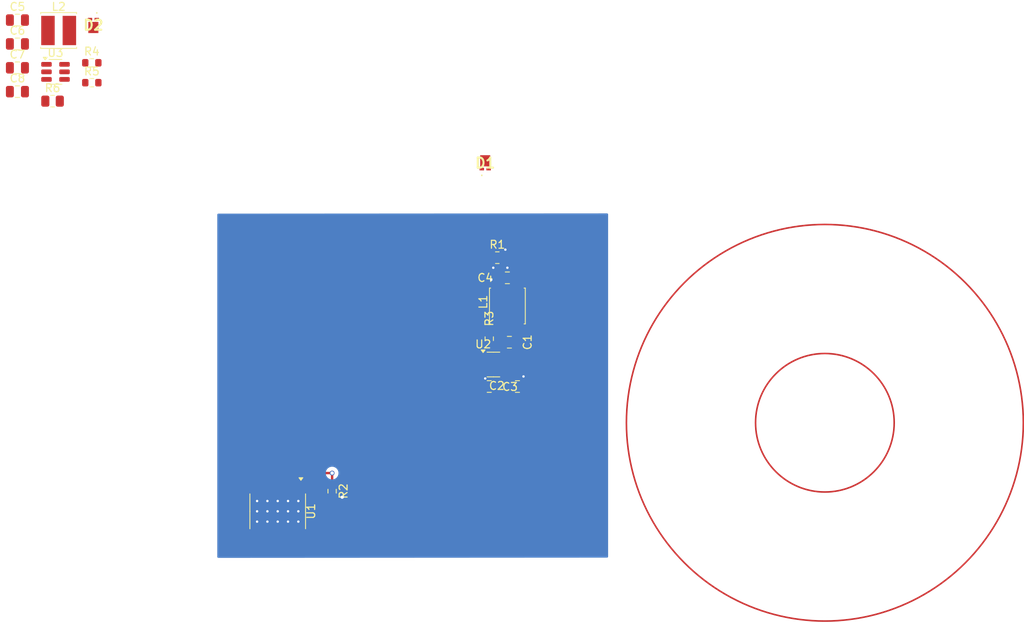
<source format=kicad_pcb>
(kicad_pcb (version 20240108) (generator "pcbnew") (generator_version "8.0")
  (title_block (title "besteLampe! LED Driver") (date "2024-03-27") (rev "1.0") (comment 1 "See  https://lenaschimmel.de/besteLampe! for the source and more information") (comment 2 "This source describes Open Hardware and is licensed under the CERN-OHL-S v2.") (comment 3 "Copyright 2024 Lena Schimmel <mail@lenaschimmel.de>"))
  (layers (0 "F.Cu" signal) (1 "In1.Cu" signal) (2 "In2.Cu" signal) (3 "In3.Cu" signal) (4 "In4.Cu" signal) (31 "B.Cu" signal) (34 "B.Paste" user) (35 "F.Paste" user) (36 "B.SilkS" user "B.Silkscreen") (37 "F.SilkS" user "F.Silkscreen") (38 "B.Mask" user) (39 "F.Mask" user) (44 "Edge.Cuts" user))
  (net 0 "")
  (net 1 "Net-(U2-BOOT)")
  (net 2 "Net-(U2-SW)")
  (net 3 "+5V")
  (net 4 "GND")
  (net 5 "+24V")
  (net 23 "Net-(D1-A)")
  (net 24 "Net-(D1-K)")
  (net 25 "Net-(U2-FB)")
  (net 26 "/LED with driver 0/LED sink")
  (net 27 "/LED with driver 1/LED sink")
  (net 28 "Net-(U3-BOOT)")
  (net 29 "Net-(U3-SW)")
  (net 30 "Net-(D2-A)")
  (net 32 "Net-(D2-K)")
  (net 33 "Net-(U3-FB)")
  (footprint "Capacitor_SMD:C_0805_2012Metric" (layer "F.Cu") (at 1.725 4.015)
    (property "Reference" "C6" (at 0 -1.68 0) (layer "F.SilkS"))
    (property "Value" "0.1uF")
    (fp_line (start -0.261252 -0.735) (end 0.261252 -0.735) (stroke (width 0.12)) (layer "F.SilkS"))
    (fp_line (start -0.261252 0.735) (end 0.261252 0.735) (stroke (width 0.12)) (layer "F.SilkS"))
    (pad "1" smd roundrect (at -0.95 0) (size 1 1.45) (layers "F.Cu" "F.Paste" "F.Mask") (net 5 "+24V"))
    (pad "2" smd roundrect (at 0.95 0) (size 1 1.45) (layers "F.Cu" "F.Paste" "F.Mask") (net 4 "GND"))
  )
  (footprint "Package_TO_SOT_SMD:SOT-23-6" (layer "F.Cu") (at 6.525 7.54)
    (property "Reference" "U3" (at 0 -2.4 0) (layer "F.SilkS"))
    (property "Value" "~")
    (fp_line (start 0 -1.56) (end -0.8 -1.56) (stroke (width 0.12)) (layer "F.SilkS"))
    (fp_line (start 0 -1.56) (end 0.8 -1.56) (stroke (width 0.12)) (layer "F.SilkS"))
    (fp_line (start 0 1.56) (end -0.8 1.56) (stroke (width 0.12)) (layer "F.SilkS"))
    (fp_line (start 0 1.56) (end 0.8 1.56) (stroke (width 0.12)) (layer "F.SilkS"))
    (fp_poly (pts (xy -1.3 -1.51) (xy -1.54 -1.84) (xy -1.06 -1.84) (xy -1.3 -1.51)) (stroke (width 0.12)) (fill solid) (layer "F.SilkS"))
    (pad "1" smd roundrect (at -1.1375 -0.95) (size 1.325 0.6) (layers "F.Cu" "F.Paste" "F.Mask") (net 33 "Net-(U3-FB)"))
    (pad "2" smd roundrect (at -1.1375 0) (size 1.325 0.6) (layers "F.Cu" "F.Paste" "F.Mask") (net 27 "/LED with driver 1/LED sink"))
    (pad "3" smd roundrect (at -1.1375 0.95) (size 1.325 0.6) (layers "F.Cu" "F.Paste" "F.Mask") (net 4 "GND"))
    (pad "4" smd roundrect (at 1.1375 0.95) (size 1.325 0.6) (layers "F.Cu" "F.Paste" "F.Mask") (net 5 "+24V"))
    (pad "5" smd roundrect (at 1.1375 0) (size 1.325 0.6) (layers "F.Cu" "F.Paste" "F.Mask") (net 29 "Net-(U3-SW)"))
    (pad "6" smd roundrect (at 1.1375 -0.95) (size 1.325 0.6) (layers "F.Cu" "F.Paste" "F.Mask") (net 28 "Net-(U3-BOOT)"))
  )
  (footprint "Resistor_SMD:R_0603_1608Metric" (layer "F.Cu") (at 41.402 60.452 -90)
    (property "Reference" "R2" (at 0 -1.43 90) (layer "F.SilkS"))
    (property "Value" "66m")
    (fp_line (start -0.237258 0.5225) (end 0.237258 0.5225) (stroke (width 0.12)) (layer "F.SilkS"))
    (fp_line (start -0.237258 -0.5225) (end 0.237258 -0.5225) (stroke (width 0.12)) (layer "F.SilkS"))
    (pad "1" smd roundrect (at -0.825 0 270) (size 0.8 0.95) (layers "F.Cu" "F.Paste" "F.Mask") (net 26 "/LED with driver 0/LED sink"))
    (pad "2" smd roundrect (at 0.825 0 270) (size 0.8 0.95) (layers "F.Cu" "F.Paste" "F.Mask") (net 4 "GND"))
  )
  (footprint "Resistor_SMD:R_0603_1608Metric" (layer "F.Cu") (at 11.105 8.905)
    (property "Reference" "R5" (at 0 -1.43 0) (layer "F.SilkS"))
    (property "Value" "66m")
    (fp_line (start -0.237258 -0.5225) (end 0.237258 -0.5225) (stroke (width 0.12)) (layer "F.SilkS"))
    (fp_line (start -0.237258 0.5225) (end 0.237258 0.5225) (stroke (width 0.12)) (layer "F.SilkS"))
    (pad "1" smd roundrect (at -0.825 0) (size 0.8 0.95) (layers "F.Cu" "F.Paste" "F.Mask") (net 32 "Net-(D2-K)"))
    (pad "2" smd roundrect (at 0.825 0) (size 0.8 0.95) (layers "F.Cu" "F.Paste" "F.Mask") (net 33 "Net-(U3-FB)"))
  )
  (footprint "Capacitor_SMD:C_0805_2012Metric" (layer "F.Cu") (at 63.754 41.656)
    (property "Reference" "C1" (at 2.286 0 90) (layer "F.SilkS"))
    (property "Value" "0.1uF")
    (fp_line (start -0.261252 -0.735) (end 0.261252 -0.735) (stroke (width 0.12)) (layer "F.SilkS"))
    (fp_line (start -0.261252 0.735) (end 0.261252 0.735) (stroke (width 0.12)) (layer "F.SilkS"))
    (pad "1" smd roundrect (at -0.95 0) (size 1 1.45) (layers "F.Cu" "F.Paste" "F.Mask") (net 1 "Net-(U2-BOOT)"))
    (pad "2" smd roundrect (at 0.95 0) (size 1 1.45) (layers "F.Cu" "F.Paste" "F.Mask") (net 2 "Net-(U2-SW)"))
  )
  (footprint "Capacitor_SMD:C_0805_2012Metric" (layer "F.Cu") (at 64.77 47.244)
    (property "Reference" "C2" (at -2.604 -0.088 360) (layer "F.SilkS"))
    (property "Value" "10uF")
    (fp_line (start -0.261252 -0.735) (end 0.261252 -0.735) (stroke (width 0.12)) (layer "F.SilkS"))
    (fp_line (start -0.261252 0.735) (end 0.261252 0.735) (stroke (width 0.12)) (layer "F.SilkS"))
    (pad "1" smd roundrect (at -0.95 0) (size 1 1.45) (layers "F.Cu" "F.Paste" "F.Mask") (net 5 "+24V"))
    (pad "2" smd roundrect (at 0.95 0) (size 1 1.45) (layers "F.Cu" "F.Paste" "F.Mask") (net 4 "GND"))
  )
  (footprint "Capacitor_SMD:C_0805_2012Metric" (layer "F.Cu") (at 1.725 1.005)
    (property "Reference" "C5" (at 0 -1.68 0) (layer "F.SilkS"))
    (property "Value" "10uF")
    (fp_line (start -0.261252 -0.735) (end 0.261252 -0.735) (stroke (width 0.12)) (layer "F.SilkS"))
    (fp_line (start -0.261252 0.735) (end 0.261252 0.735) (stroke (width 0.12)) (layer "F.SilkS"))
    (pad "1" smd roundrect (at -0.95 0) (size 1 1.45) (layers "F.Cu" "F.Paste" "F.Mask") (net 5 "+24V"))
    (pad "2" smd roundrect (at 0.95 0) (size 1 1.45) (layers "F.Cu" "F.Paste" "F.Mask") (net 4 "GND"))
  )
  (footprint "Resistor_SMD:R_0805_2012Metric" (layer "F.Cu") (at 6.155 11.235)
    (property "Reference" "R6" (at 0 -1.65 0) (layer "F.SilkS"))
    (property "Value" "66m")
    (fp_line (start -0.227064 -0.735) (end 0.227064 -0.735) (stroke (width 0.12)) (layer "F.SilkS"))
    (fp_line (start -0.227064 0.735) (end 0.227064 0.735) (stroke (width 0.12)) (layer "F.SilkS"))
    (pad "1" smd roundrect (at -0.9125 0) (size 1.025 1.4) (layers "F.Cu" "F.Paste" "F.Mask") (roundrect_rratio 0.243902) (net 32 "Net-(D2-K)"))
    (pad "2" smd roundrect (at 0.9125 0) (size 1.025 1.4) (layers "F.Cu" "F.Paste" "F.Mask") (roundrect_rratio 0.243902) (net 4 "GND"))
  )
  (footprint "Capacitor_SMD:C_0805_2012Metric" (layer "F.Cu") (at 1.725 7.025)
    (property "Reference" "C7" (at 0 -1.68 0) (layer "F.SilkS"))
    (property "Value" "0.1uF")
    (fp_line (start -0.261252 -0.735) (end 0.261252 -0.735) (stroke (width 0.12)) (layer "F.SilkS"))
    (fp_line (start -0.261252 0.735) (end 0.261252 0.735) (stroke (width 0.12)) (layer "F.SilkS"))
    (pad "1" smd roundrect (at -0.95 0) (size 1 1.45) (layers "F.Cu" "F.Paste" "F.Mask") (net 28 "Net-(U3-BOOT)"))
    (pad "2" smd roundrect (at 0.95 0) (size 1 1.45) (layers "F.Cu" "F.Paste" "F.Mask") (net 29 "Net-(U3-SW)"))
  )
  (footprint "Resistor_SMD:R_0805_2012Metric" (layer "F.Cu") (at 62.23 30.988)
    (property "Reference" "R1" (at 0 -1.65 360) (layer "F.SilkS"))
    (property "Value" "66m")
    (fp_line (start -0.227064 -0.735) (end 0.227064 -0.735) (stroke (width 0.12)) (layer "F.SilkS"))
    (fp_line (start -0.227064 0.735) (end 0.227064 0.735) (stroke (width 0.12)) (layer "F.SilkS"))
    (pad "1" smd roundrect (at -0.9125 0) (size 1.025 1.4) (layers "F.Cu" "F.Paste" "F.Mask") (roundrect_rratio 0.243902) (net 24 "Net-(D1-K)"))
    (pad "2" smd roundrect (at 0.9125 0) (size 1.025 1.4) (layers "F.Cu" "F.Paste" "F.Mask") (roundrect_rratio 0.243902) (net 4 "GND"))
  )
  (footprint "Resistor_SMD:R_0603_1608Metric" (layer "F.Cu") (at 61.214 41.211 -90)
    (property "Reference" "R3" (at -2.54 0 90) (layer "F.SilkS"))
    (property "Value" "66m")
    (fp_line (start -0.237258 0.5225) (end 0.237258 0.5225) (stroke (width 0.12)) (layer "F.SilkS"))
    (fp_line (start -0.237258 -0.5225) (end 0.237258 -0.5225) (stroke (width 0.12)) (layer "F.SilkS"))
    (pad "1" smd roundrect (at -0.825 0 270) (size 0.8 0.95) (layers "F.Cu" "F.Paste" "F.Mask") (net 24 "Net-(D1-K)"))
    (pad "2" smd roundrect (at 0.825 0 270) (size 0.8 0.95) (layers "F.Cu" "F.Paste" "F.Mask") (net 25 "Net-(U2-FB)"))
  )
  (footprint "Capacitor_SMD:C_0805_2012Metric" (layer "F.Cu") (at 1.725 10.035)
    (property "Reference" "C8" (at 0 -1.68 0) (layer "F.SilkS"))
    (property "Value" "0.1uF")
    (fp_line (start -0.261252 -0.735) (end 0.261252 -0.735) (stroke (width 0.12)) (layer "F.SilkS"))
    (fp_line (start -0.261252 0.735) (end 0.261252 0.735) (stroke (width 0.12)) (layer "F.SilkS"))
    (pad "1" smd roundrect (at -0.95 0) (size 1 1.45) (layers "F.Cu" "F.Paste" "F.Mask") (net 4 "GND"))
    (pad "2" smd roundrect (at 0.95 0) (size 1 1.45) (layers "F.Cu" "F.Paste" "F.Mask") (net 30 "Net-(D2-A)"))
  )
  (footprint "Cree XLAMP XE-G LED XEGAVT-H0:XEGAVTH00000000000000K2001" (layer "F.Cu") (at 11.3 1.65)
    (property "Reference" "D2" (at 0 0 0) (layer "F.SilkS") (effects (font (size 1.27 1.27) (thickness 0.254))))
    (property "Value" "LED_Pad" (hide yes))
    (fp_line (start 0.43 -1.6) (end 0.43 -1.6) (stroke (width 0.1)) (layer "F.SilkS"))
    (fp_line (start 0.43 -1.5) (end 0.43 -1.5) (stroke (width 0.1)) (layer "F.SilkS"))
    (fp_arc (start 0.43 -1.6) (mid 0.48 -1.55) (end 0.43 -1.5) (stroke (width 0.1)) (layer "F.SilkS"))
    (fp_arc (start 0.43 -1.5) (mid 0.38 -1.55) (end 0.43 -1.6) (stroke (width 0.1)) (layer "F.SilkS"))
    (pad "1" smd rect (at 0.43 -0.76 90) (size 0.33 0.56) (layers "F.Cu" "F.Paste" "F.Mask") (net 32 "Net-(D2-K)") (clearance 0.15))
    (pad "2" smd rect (at -0.43 -0.76 90) (size 0.33 0.56) (layers "F.Cu" "F.Paste" "F.Mask") (net 30 "Net-(D2-A)") (clearance 0.15))
    (pad "3" smd rect (at 0 0.29 180) (size 1.27 1.41) (layers "F.Cu" "F.Paste" "F.Mask") (clearance 0.15))
  )
  (footprint "Cree XLAMP XE-G LED XEGAVT-H0:XEGAVTH00000000000000K2001" (layer "F.Cu") (at 60.706 19.05 180)
    (property "Reference" "D1" (at 0 0 180) (layer "F.SilkS") (effects (font (size 1.27 1.27) (thickness 0.254))))
    (property "Value" "LED_Pad" (hide yes))
    (fp_line (start 0.43 -1.5) (end 0.43 -1.5) (stroke (width 0.1)) (layer "F.SilkS"))
    (fp_line (start 0.43 -1.6) (end 0.43 -1.6) (stroke (width 0.1)) (layer "F.SilkS"))
    (fp_arc (start 0.43 -1.5) (mid 0.38 -1.55) (end 0.43 -1.6) (stroke (width 0.1)) (layer "F.SilkS"))
    (fp_arc (start 0.43 -1.6) (mid 0.48 -1.55) (end 0.43 -1.5) (stroke (width 0.1)) (layer "F.SilkS"))
    (pad "1" smd rect (at 0.43 -0.76 270) (size 0.33 0.56) (layers "F.Cu" "F.Paste" "F.Mask") (net 24 "Net-(D1-K)"))
    (pad "2" smd rect (at -0.43 -0.76 270) (size 0.33 0.56) (layers "F.Cu" "F.Paste" "F.Mask") (net 23 "Net-(D1-A)"))
    (pad "3" smd rect (at 0 0.29) (size 1.27 1.41) (layers "F.Cu" "F.Paste" "F.Mask"))
  )
  (footprint "Package_TO_SOT_SMD:SOT-23-6" (layer "F.Cu") (at 61.74 44.4675)
    (property "Reference" "U2" (at -1.288 -2.5575 0) (layer "F.SilkS"))
    (property "Value" "~")
    (fp_line (start 0 -1.56) (end -0.8 -1.56) (stroke (width 0.12)) (layer "F.SilkS"))
    (fp_line (start 0 -1.56) (end 0.8 -1.56) (stroke (width 0.12)) (layer "F.SilkS"))
    (fp_line (start 0 1.56) (end -0.8 1.56) (stroke (width 0.12)) (layer "F.SilkS"))
    (fp_line (start 0 1.56) (end 0.8 1.56) (stroke (width 0.12)) (layer "F.SilkS"))
    (fp_poly (pts (xy -1.3 -1.51) (xy -1.54 -1.84) (xy -1.06 -1.84) (xy -1.3 -1.51)) (stroke (width 0.12)) (fill solid) (layer "F.SilkS"))
    (pad "1" smd roundrect (at -1.1375 -0.95) (size 1.325 0.6) (layers "F.Cu" "F.Paste" "F.Mask") (net 25 "Net-(U2-FB)"))
    (pad "2" smd roundrect (at -1.1375 0) (size 1.325 0.6) (layers "F.Cu" "F.Paste" "F.Mask") (net 26 "/LED with driver 0/LED sink"))
    (pad "3" smd roundrect (at -1.1375 0.95) (size 1.325 0.6) (layers "F.Cu" "F.Paste" "F.Mask") (net 4 "GND"))
    (pad "4" smd roundrect (at 1.1375 0.95) (size 1.325 0.6) (layers "F.Cu" "F.Paste" "F.Mask") (net 5 "+24V"))
    (pad "5" smd roundrect (at 1.1375 0) (size 1.325 0.6) (layers "F.Cu" "F.Paste" "F.Mask") (net 2 "Net-(U2-SW)"))
    (pad "6" smd roundrect (at 1.1375 -0.95) (size 1.325 0.6) (layers "F.Cu" "F.Paste" "F.Mask") (net 1 "Net-(U2-BOOT)"))
  )
  (footprint "Capacitor_SMD:C_0805_2012Metric" (layer "F.Cu") (at 61.214 47.244 180)
    (property "Reference" "C3" (at -2.624 -0.034 180) (layer "F.SilkS"))
    (property "Value" "0.1uF")
    (fp_line (start -0.261252 0.735) (end 0.261252 0.735) (stroke (width 0.12)) (layer "F.SilkS"))
    (fp_line (start -0.261252 -0.735) (end 0.261252 -0.735) (stroke (width 0.12)) (layer "F.SilkS"))
    (pad "1" smd roundrect (at -0.95 0 180) (size 1 1.45) (layers "F.Cu" "F.Paste" "F.Mask") (net 5 "+24V"))
    (pad "2" smd roundrect (at 0.95 0 180) (size 1 1.45) (layers "F.Cu" "F.Paste" "F.Mask") (net 4 "GND"))
  )
  (footprint "Inductor_SMD:L_Cenker_CKCS4020" (layer "F.Cu") (at 6.925 2.32)
    (property "Reference" "L2" (at 0 -3 0) (layer "F.SilkS"))
    (property "Value" "4.7uH")
    (fp_line (start -2.26 -2.26) (end -2.26 -2.11) (stroke (width 0.12)) (layer "F.SilkS"))
    (fp_line (start -2.26 -2.26) (end 2.26 -2.26) (stroke (width 0.12)) (layer "F.SilkS"))
    (fp_line (start -2.26 2.26) (end -2.26 2.11) (stroke (width 0.12)) (layer "F.SilkS"))
    (fp_line (start -2.26 2.26) (end 2.26 2.26) (stroke (width 0.12)) (layer "F.SilkS"))
    (fp_line (start 2.26 -2.26) (end 2.26 -2.11) (stroke (width 0.12)) (layer "F.SilkS"))
    (fp_line (start 2.26 2.26) (end 2.26 2.11) (stroke (width 0.12)) (layer "F.SilkS"))
    (pad "1" smd rect (at -1.35 0) (size 1.7 3.7) (layers "F.Cu" "F.Paste" "F.Mask") (net 29 "Net-(U3-SW)"))
    (pad "2" smd rect (at 1.35 0) (size 1.7 3.7) (layers "F.Cu" "F.Paste" "F.Mask") (net 30 "Net-(D2-A)"))
  )
  (footprint "Package_SO:HTSSOP-20-1EP_4.4x6.5mm_P0.65mm_EP3.4x6.5mm_Mask2.75x3.43mm_ThermalVias" (layer "F.Cu") (at 34.544 62.992 -90)
    (property "Reference" "U1" (at 0 -4.2 90) (layer "F.SilkS"))
    (property "Value" "TLC5971PWP")
    (fp_line (start 0 3.51) (end -2.2 3.51) (stroke (width 0.12)) (layer "F.SilkS"))
    (fp_line (start 0 3.51) (end 2.2 3.51) (stroke (width 0.12)) (layer "F.SilkS"))
    (fp_line (start 0 -3.51) (end -2.2 -3.51) (stroke (width 0.12)) (layer "F.SilkS"))
    (fp_line (start 0 -3.51) (end 2.2 -3.51) (stroke (width 0.12)) (layer "F.SilkS"))
    (fp_poly (pts (xy -3.91 -2.925) (xy -4.24 -3.165) (xy -4.24 -2.685) (xy -3.91 -2.925)) (stroke (width 0.12)) (fill solid) (layer "F.SilkS"))
    (pad "1" smd roundrect (at -2.8625 -2.925 270) (size 1.575 0.4) (layers "F.Cu" "F.Paste" "F.Mask"))
    (pad "2" smd roundrect (at -2.8625 -2.275 270) (size 1.575 0.4) (layers "F.Cu" "F.Paste" "F.Mask") (net 4 "GND"))
    (pad "3" smd roundrect (at -2.8625 -1.625 270) (size 1.575 0.4) (layers "F.Cu" "F.Paste" "F.Mask") (net 26 "/LED with driver 0/LED sink"))
    (pad "4" smd roundrect (at -2.8625 -0.975 270) (size 1.575 0.4) (layers "F.Cu" "F.Paste" "F.Mask") (net 27 "/LED with driver 1/LED sink"))
    (pad "5" smd roundrect (at -2.8625 -0.325 270) (size 1.575 0.4) (layers "F.Cu" "F.Paste" "F.Mask"))
    (pad "6" smd roundrect (at -2.8625 0.325 270) (size 1.575 0.4) (layers "F.Cu" "F.Paste" "F.Mask"))
    (pad "7" smd roundrect (at -2.8625 0.975 270) (size 1.575 0.4) (layers "F.Cu" "F.Paste" "F.Mask"))
    (pad "8" smd roundrect (at -2.8625 1.625 270) (size 1.575 0.4) (layers "F.Cu" "F.Paste" "F.Mask"))
    (pad "9" smd roundrect (at -2.8625 2.275 270) (size 1.575 0.4) (layers "F.Cu" "F.Paste" "F.Mask"))
    (pad "10" smd roundrect (at -2.8625 2.925 270) (size 1.575 0.4) (layers "F.Cu" "F.Paste" "F.Mask"))
    (pad "11" smd roundrect (at 2.8625 2.925 270) (size 1.575 0.4) (layers "F.Cu" "F.Paste" "F.Mask"))
    (pad "12" smd roundrect (at 2.8625 2.275 270) (size 1.575 0.4) (layers "F.Cu" "F.Paste" "F.Mask"))
    (pad "13" smd roundrect (at 2.8625 1.625 270) (size 1.575 0.4) (layers "F.Cu" "F.Paste" "F.Mask"))
    (pad "14" smd roundrect (at 2.8625 0.975 270) (size 1.575 0.4) (layers "F.Cu" "F.Paste" "F.Mask"))
    (pad "15" smd roundrect (at 2.8625 0.325 270) (size 1.575 0.4) (layers "F.Cu" "F.Paste" "F.Mask"))
    (pad "16" smd roundrect (at 2.8625 -0.325 270) (size 1.575 0.4) (layers "F.Cu" "F.Paste" "F.Mask"))
    (pad "17" smd roundrect (at 2.8625 -0.975 270) (size 1.575 0.4) (layers "F.Cu" "F.Paste" "F.Mask"))
    (pad "18" smd roundrect (at 2.8625 -1.625 270) (size 1.575 0.4) (layers "F.Cu" "F.Paste" "F.Mask"))
    (pad "19" smd roundrect (at 2.8625 -2.275 270) (size 1.575 0.4) (layers "F.Cu" "F.Paste" "F.Mask") (net 3 "+5V"))
    (pad "20" smd roundrect (at 2.8625 -2.925 270) (size 1.575 0.4) (layers "F.Cu" "F.Paste" "F.Mask"))
    (pad "21" thru_hole circle (at -1.3 -2.6 270) (size 0.6 0.6) (drill 0.3) (property pad_prop_heatsink) (layers "*.Cu") (net 4 "GND"))
    (pad "21" thru_hole circle (at -1.3 -1.3 270) (size 0.6 0.6) (drill 0.3) (property pad_prop_heatsink) (layers "*.Cu") (net 4 "GND"))
    (pad "21" thru_hole circle (at -1.3 0 270) (size 0.6 0.6) (drill 0.3) (property pad_prop_heatsink) (layers "*.Cu") (net 4 "GND"))
    (pad "21" thru_hole circle (at -1.3 1.3 270) (size 0.6 0.6) (drill 0.3) (property pad_prop_heatsink) (layers "*.Cu") (net 4 "GND"))
    (pad "21" thru_hole circle (at -1.3 2.6 270) (size 0.6 0.6) (drill 0.3) (property pad_prop_heatsink) (layers "*.Cu") (net 4 "GND"))
    (pad "21" thru_hole circle (at 0 -2.6 270) (size 0.6 0.6) (drill 0.3) (property pad_prop_heatsink) (layers "*.Cu") (net 4 "GND"))
    (pad "21" thru_hole circle (at 0 -1.3 270) (size 0.6 0.6) (drill 0.3) (property pad_prop_heatsink) (layers "*.Cu") (net 4 "GND"))
    (pad "21" thru_hole circle (at 0 0 270) (size 0.6 0.6) (drill 0.3) (property pad_prop_heatsink) (layers "*.Cu") (net 4 "GND"))
    (pad "21" smd rect (at 0 0 270) (size 3.2 5.8) (property pad_prop_heatsink) (layers "B.Cu") (net 4 "GND"))
    (pad "21" smd rect (at 0 0 270) (size 3.4 6.5) (property pad_prop_heatsink) (layers "F.Cu") (net 4 "GND"))
    (pad "21" thru_hole circle (at 0 1.3 270) (size 0.6 0.6) (drill 0.3) (property pad_prop_heatsink) (layers "*.Cu") (net 4 "GND"))
    (pad "21" thru_hole circle (at 0 2.6 270) (size 0.6 0.6) (drill 0.3) (property pad_prop_heatsink) (layers "*.Cu") (net 4 "GND"))
    (pad "21" thru_hole circle (at 1.3 -2.6 270) (size 0.6 0.6) (drill 0.3) (property pad_prop_heatsink) (layers "*.Cu") (net 4 "GND"))
    (pad "21" thru_hole circle (at 1.3 -1.3 270) (size 0.6 0.6) (drill 0.3) (property pad_prop_heatsink) (layers "*.Cu") (net 4 "GND"))
    (pad "21" thru_hole circle (at 1.3 0 270) (size 0.6 0.6) (drill 0.3) (property pad_prop_heatsink) (layers "*.Cu") (net 4 "GND"))
    (pad "21" thru_hole circle (at 1.3 1.3 270) (size 0.6 0.6) (drill 0.3) (property pad_prop_heatsink) (layers "*.Cu") (net 4 "GND"))
    (pad "21" thru_hole circle (at 1.3 2.6 270) (size 0.6 0.6) (drill 0.3) (property pad_prop_heatsink) (layers "*.Cu") (net 4 "GND"))
  )
  (footprint "Inductor_SMD:L_Cenker_CKCS4020" (layer "F.Cu") (at 63.5 37.084 90)
    (property "Reference" "L1" (at 0.508 -3.048 -90) (layer "F.SilkS"))
    (property "Value" "4.7uH")
    (fp_line (start 2.26 -2.26) (end 2.26 -2.11) (stroke (width 0.12)) (layer "F.SilkS"))
    (fp_line (start -2.26 -2.26) (end 2.26 -2.26) (stroke (width 0.12)) (layer "F.SilkS"))
    (fp_line (start -2.26 -2.26) (end -2.26 -2.11) (stroke (width 0.12)) (layer "F.SilkS"))
    (fp_line (start 2.26 2.26) (end 2.26 2.11) (stroke (width 0.12)) (layer "F.SilkS"))
    (fp_line (start -2.26 2.26) (end -2.26 2.11) (stroke (width 0.12)) (layer "F.SilkS"))
    (fp_line (start -2.26 2.26) (end 2.26 2.26) (stroke (width 0.12)) (layer "F.SilkS"))
    (pad "1" smd rect (at -1.35 0 90) (size 1.7 3.7) (layers "F.Cu" "F.Paste" "F.Mask") (net 2 "Net-(U2-SW)"))
    (pad "2" smd rect (at 1.35 0 90) (size 1.7 3.7) (layers "F.Cu" "F.Paste" "F.Mask") (net 23 "Net-(D1-A)"))
  )
  (footprint "Resistor_SMD:R_0603_1608Metric" (layer "F.Cu") (at 11.105 6.395)
    (property "Reference" "R4" (at 0 -1.43 0) (layer "F.SilkS"))
    (property "Value" "66m")
    (fp_line (start -0.237258 -0.5225) (end 0.237258 -0.5225) (stroke (width 0.12)) (layer "F.SilkS"))
    (fp_line (start -0.237258 0.5225) (end 0.237258 0.5225) (stroke (width 0.12)) (layer "F.SilkS"))
    (pad "1" smd roundrect (at -0.825 0) (size 0.8 0.95) (layers "F.Cu" "F.Paste" "F.Mask") (net 27 "/LED with driver 1/LED sink"))
    (pad "2" smd roundrect (at 0.825 0) (size 0.8 0.95) (layers "F.Cu" "F.Paste" "F.Mask") (net 4 "GND"))
  )
  (footprint "Capacitor_SMD:C_0805_2012Metric" (layer "F.Cu") (at 63.5 33.528)
    (property "Reference" "C4" (at -2.794 0 0) (layer "F.SilkS"))
    (property "Value" "0.1uF")
    (fp_line (start -0.261252 -0.735) (end 0.261252 -0.735) (stroke (width 0.12)) (layer "F.SilkS"))
    (fp_line (start -0.261252 0.735) (end 0.261252 0.735) (stroke (width 0.12)) (layer "F.SilkS"))
    (pad "1" smd roundrect (at -0.95 0) (size 1 1.45) (layers "F.Cu" "F.Paste" "F.Mask") (net 4 "GND"))
    (pad "2" smd roundrect (at 0.95 0) (size 1 1.45) (layers "F.Cu" "F.Paste" "F.Mask") (net 23 "Net-(D1-A)"))
  )
  (gr_circle (center 103.5304 51.816) (end 116.4336 73.2536) (stroke (width 0.2)) (fill none) (layer "F.Cu") (net 4))
  (gr_circle (center 103.5304 51.816) (end 110.6424 56.896) (stroke (width 0.2)) (fill none) (layer "F.Cu"))
  (segment (start 42.609 61.277) (end 42.672 61.214) (width 0.3) (layer "F.Cu") (net 4))
  (segment (start 40.987 61.692) (end 41.402 61.277) (width 0.3) (layer "F.Cu") (net 4))
  (segment (start 41.402 61.277) (end 42.609 61.277) (width 0.3) (layer "F.Cu") (net 4))
  (segment (start 37.144 61.692) (end 40.987 61.692) (width 0.3) (layer "F.Cu") (net 4))
  (via (at 61.722 32.258) (size 0.4) (drill 0.3) (layers "F.Cu" "B.Cu") (net 4))
  (via (at 63.246 29.972) (size 0.4) (drill 0.3) (layers "F.Cu" "B.Cu") (net 4))
  (via (at 60.706 46.228) (size 0.4) (drill 0.3) (layers "F.Cu" "B.Cu") (net 4))
  (via (at 42.672 61.214) (size 0.6) (drill 0.4) (layers "F.Cu" "B.Cu") (net 4))
  (via (at 61.468 33.782) (size 0.4) (drill 0.3) (layers "F.Cu" "B.Cu") (net 4))
  (via (at 63.5 32.258) (size 0.4) (drill 0.3) (layers "F.Cu" "B.Cu") (net 4))
  (via (at 65.532 45.974) (size 0.4) (drill 0.3) (layers "F.Cu" "B.Cu") (net 4))
  (segment (start 61.3175 30.988) (end 60.706 31.5995) (width 0.25) (layer "F.Cu") (net 24))
  (segment (start 60.706 34.798) (end 61.214 35.306) (width 0.25) (layer "F.Cu") (net 24))
  (segment (start 61.214 35.306) (end 61.214 40.386) (width 0.25) (layer "F.Cu") (net 24))
  (segment (start 60.706 31.5995) (end 60.706 34.798) (width 0.25) (layer "F.Cu") (net 24))
  (segment (start 36.169 59.342001) (end 36.169 60.1295) (width 0.3) (layer "F.Cu") (net 26))
  (segment (start 61.264999 44.4675) (end 61.722 44.924501) (width 0.25) (layer "F.Cu") (net 26))
  (segment (start 61.722 44.924501) (end 61.722 45.974) (width 0.25) (layer "F.Cu") (net 26))
  (segment (start 41.402 58.166) (end 41.402 59.627) (width 0.3) (layer "F.Cu") (net 26))
  (segment (start 61.722 45.974) (end 61.214 46.482) (width 0.25) (layer "F.Cu") (net 26))
  (segment (start 60.6025 44.4675) (end 61.264999 44.4675) (width 0.25) (layer "F.Cu") (net 26))
  (segment (start 61.214 46.482) (end 61.214 49.022) (width 0.25) (layer "F.Cu") (net 26))
  (segment (start 37.345001 58.166) (end 36.169 59.342001) (width 0.3) (layer "F.Cu") (net 26))
  (segment (start 41.402 58.166) (end 37.345001 58.166) (width 0.3) (layer "F.Cu") (net 26))
  (via (at 41.402 58.166) (size 0.6) (drill 0.4) (layers "F.Cu" "B.Cu") (net 26))
  (zone (net 24) (net_name "Net-(D1-K)") (layer "F.Cu") (priority 5) (connect_pads yes (clearance 0.25)) (min_thickness 0.25) (fill yes (thermal_gap 0.5) (thermal_bridge_width 0.5))
    (polygon (pts (xy 62.738 28.448) (xy 62.738 29.718) (xy 61.976 32.512) (xy 61.976 40.894) (xy 59.944 40.894) (xy 60.452 32.512) (xy 60.96 28.448)))
  )
  (zone (net 25) (net_name "Net-(U2-FB)") (layer "F.Cu") (priority 9) (connect_pads yes (clearance 0.25)) (min_thickness 0.25) (fill yes (thermal_gap 0.5) (thermal_bridge_width 0.5))
    (polygon (pts (xy 61.722 43.942) (xy 61.722 43.18) (xy 61.976 42.672) (xy 61.976 41.148) (xy 59.944 41.148) (xy 59.69 42.926) (xy 59.69 43.18) (xy 59.69 43.942)))
  )
  (zone (net 23) (net_name "Net-(D1-A)") (layer "F.Cu") (priority 5) (connect_pads yes (clearance 0.15)) (min_thickness 0.25) (fill yes (thermal_gap 0.5) (thermal_bridge_width 0.5))
    (polygon (pts (xy 65.532 32.512) (xy 65.786 36.83) (xy 61.468 36.83) (xy 61.468 34.798) (xy 62.23 34.036) (xy 62.484 32.004) (xy 62.484 30.734) (xy 62.484 28.448) (xy 65.024 28.448)))
  )
  (zone (net 4) (net_name "GND") (layer "F.Cu") (priority 5) (connect_pads yes (clearance 0.25)) (min_thickness 0.25) (fill yes (thermal_gap 0.5) (thermal_bridge_width 0.5))
    (polygon (pts (xy 64.516 49.022) (xy 65.024 45.466) (xy 66.294 45.447712) (xy 66.294 49.022)))
  )
  (zone (net 2) (net_name "Net-(U2-SW)") (layer "F.Cu") (priority 4) (connect_pads yes (clearance 0.25)) (min_thickness 0.25) (fill yes (thermal_gap 0.5) (thermal_bridge_width 0.5))
    (polygon (pts (xy 61.976 45.132) (xy 66.294 45.132) (xy 65.786 37.338) (xy 61.468 37.258) (xy 61.468 40.56) (xy 62.484 40.56) (xy 62.484 43.354) (xy 61.976 43.354)))
  )
  (zone (net 5) (net_name "+24V") (layer "F.Cu") (priority 3) (connect_pads yes (clearance 0.25)) (min_thickness 0.25) (fill yes (thermal_gap 0.5) (thermal_bridge_width 0.5))
    (polygon (pts (xy 61.468 49.022) (xy 61.468 46.482) (xy 61.722 45.974) (xy 61.722 44.704) (xy 65.532 44.704) (xy 65.532 45.72) (xy 64.77 46.482) (xy 64.516 49.022)))
  )
  (zone (net 4) (net_name "GND") (layer "F.Cu") (connect_pads yes (clearance 0.25)) (min_thickness 0.25) (fill yes (thermal_gap 0.5) (thermal_bridge_width 0.5))
    (polygon (pts (xy 61.976 49.022) (xy 61.976 46.482) (xy 61.722 45.72) (xy 61.722 44.196) (xy 59.69 44.196) (xy 59.436 49.022)))
  )
  (zone (net 4) (net_name "GND") (layer "F.Cu") (priority 6) (connect_pads yes (clearance 0.25)) (min_thickness 0.25) (fill yes (thermal_gap 0.5) (thermal_bridge_width 0.5))
    (polygon (pts (xy 62.23 29.718) (xy 63.754 29.718) (xy 63.754 32.258) (xy 63.246 34.544) (xy 61.214 34.544) (xy 61.214 32.766)))
  )
  (zone (net 1) (net_name "Net-(U2-BOOT)") (layer "F.Cu") (priority 4) (connect_pads yes (clearance 0.15)) (min_thickness 0.25) (fill yes (thermal_gap 0.5) (thermal_bridge_width 0.5))
    (polygon (pts (xy 63.754 44.196) (xy 63.754 40.894) (xy 61.976 40.894) (xy 61.976 43.18) (xy 61.976 44.196)))
  )
  (zone (net 4) (net_name "GND") (layer "B.Cu") (priority 3) (connect_pads yes (clearance 0.5)) (min_thickness 0.25) (fill yes (thermal_gap 0.5) (thermal_bridge_width 0.5))
    (polygon (pts (xy 26.925351 25.429931) (xy 76.2 25.4) (xy 76.2 68.834) (xy 26.925351 68.863931)))
  )
)
</source>
